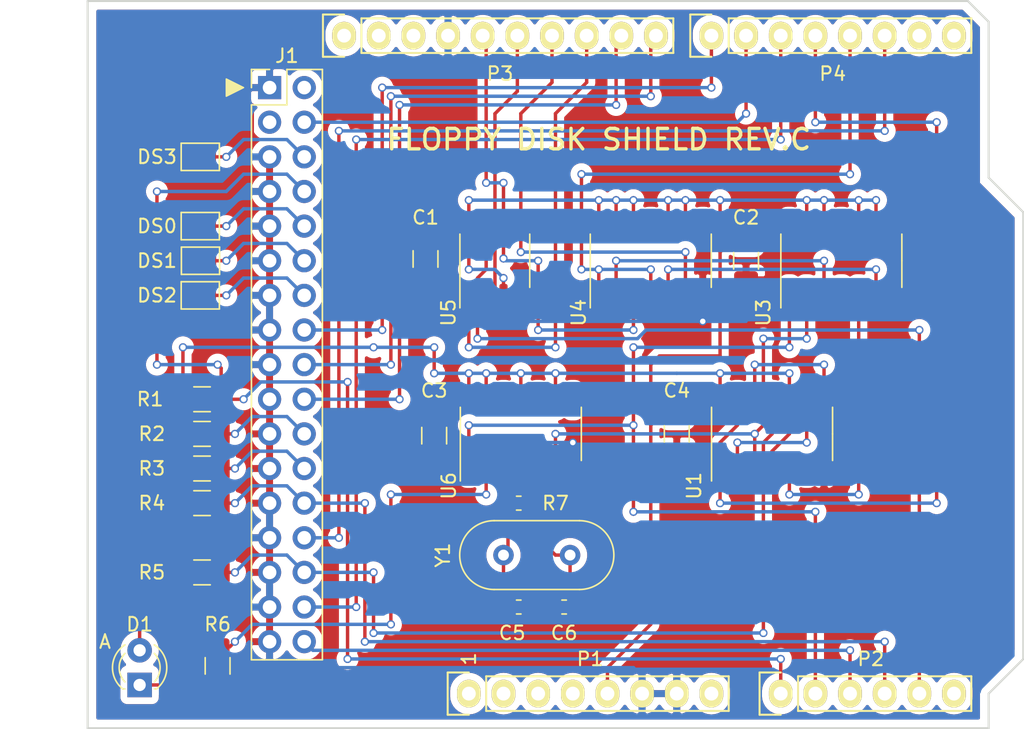
<source format=kicad_pcb>
(kicad_pcb (version 20171130) (host pcbnew "(5.1.6)-1")
  (title_block (date "lun. 30 mars 2015"))
  (layers (0 F.Cu signal) (31 B.Cu signal) (34 B.Paste user) (35 F.Paste user) (36 B.SilkS user) (37 F.SilkS user) (38 B.Mask user) (39 F.Mask user) (44 Edge.Cuts user))
  (net 0 "")
  (net 1 GND)
  (net 2 "Net-(D1-Pad1)")
  (net 3 +5V)
  (net 4 /A0)
  (net 5 /A1)
  (net 6 /A2)
  (net 7 /A3)
  (net 8 "/13(SCK)")
  (net 9 "/12(MISO)")
  (net 10 "/11(**/MOSI)")
  (net 11 "/10(**/SS)")
  (net 12 "/9(**)")
  (net 13 /8)
  (net 14 /7)
  (net 15 "/6(**)")
  (net 16 "/5(**)")
  (net 17 /4)
  (net 18 "/3(**)")
  (net 19 /2)
  (net 20 /WD)
  (net 21 /WG)
  (net 22 /RD)
  (net 23 "Net-(R6-Pad2)")
  (net 24 "Net-(U1-Pad12)")
  (net 25 "Net-(U1-Pad2)")
  (net 26 "Net-(U3-Pad6)")
  (net 27 "Net-(U3-Pad3)")
  (net 28 /DS3)
  (net 29 /DS0)
  (net 30 /DS1)
  (net 31 /DS2)
  (net 32 "Net-(C5-Pad1)")
  (net 33 "Net-(C6-Pad1)")
  (net 34 /A4)
  (net 35 /CAP_CLK)
  (net 36 "Net-(U1-Pad5)")
  (module Capacitor_SMD:C_1206_3216Metric (layer F.Cu) (at 135.763 91.945 270)
    (fp_text reference C1 (at -3.045 0) (layer F.SilkS))
    (fp_text value 0.1u)
    (pad 2 smd roundrect (at 1.4 0 270) (size 1.25 1.75) (layers F.Cu F.Paste F.Mask) (roundrect_rratio 0.2) (net 1 GND))
    (pad 1 smd roundrect (at -1.4 0 270) (size 1.25 1.75) (layers F.Cu F.Paste F.Mask) (roundrect_rratio 0.2) (net 3 +5V))
  )
  (module Resistor_SMD:R_0603_1608Metric (layer F.Cu) (at 142.5955 109.855 180)
    (fp_text reference R7 (at -2.6925 0) (layer F.SilkS))
    (fp_text value 1M)
    (pad 2 smd roundrect (at 0.7875 0 180) (size 0.875 0.95) (layers F.Cu F.Paste F.Mask) (net 32 "Net-(C5-Pad1)"))
    (pad 1 smd roundrect (at -0.7875 0 180) (size 0.875 0.95) (layers F.Cu F.Paste F.Mask) (net 33 "Net-(C6-Pad1)"))
  )
  (module Capacitor_SMD:C_0603_1608Metric (layer F.Cu) (at 145.923 117.475 180)
    (fp_text reference C6 (at 0 -1.905) (layer F.SilkS))
    (fp_text value 22p)
    (pad 2 smd roundrect (at 0.7875 0 180) (size 0.875 0.95) (layers F.Cu F.Paste F.Mask) (net 1 GND))
    (pad 1 smd roundrect (at -0.7875 0 180) (size 0.875 0.95) (layers F.Cu F.Paste F.Mask) (net 33 "Net-(C6-Pad1)"))
  )
  (module Capacitor_SMD:C_0603_1608Metric (layer F.Cu) (at 142.5955 117.475)
    (fp_text reference C5 (at -0.4825 1.905) (layer F.SilkS))
    (fp_text value 22p)
    (pad 2 smd roundrect (at 0.7875 0) (size 0.875 0.95) (layers F.Cu F.Paste F.Mask) (net 1 GND))
    (pad 1 smd roundrect (at -0.7875 0) (size 0.875 0.95) (layers F.Cu F.Paste F.Mask) (net 32 "Net-(C5-Pad1)"))
  )
  (module Crystal:Crystal_HC49-U_Vertical (layer F.Cu) (at 141.478 113.665)
    (fp_text reference Y1 (at -4.445 0 90) (layer F.SilkS))
    (fp_text value Crystal)
    (pad 2 thru_hole circle (at 4.88 0) (size 1.5 1.5) (drill 0.8) (layers *.Cu *.Mask) (net 33 "Net-(C6-Pad1)"))
    (pad 1 thru_hole circle (at 0 0) (size 1.5 1.5) (drill 0.8) (layers *.Cu *.Mask) (net 32 "Net-(C5-Pad1)"))
  )
  (module Package_SO:SOIC-14_3.9x8.7mm_P1.27mm (layer F.Cu) (at 142.748 104.775 90)
    (fp_text reference U6 (at -3.81 -5.28 90) (layer F.SilkS))
    (fp_text value 74HCU04)
    (pad 14 smd roundrect (at 2.475 -3.81 90) (size 1.95 0.6) (layers F.Cu F.Paste F.Mask) (net 3 +5V))
    (pad 13 smd roundrect (at 2.475 -2.54 90) (size 1.95 0.6) (layers F.Cu F.Paste F.Mask) (net 3 +5V))
    (pad 12 smd roundrect (at 2.475 -1.27 90) (size 1.95 0.6) (layers F.Cu F.Paste F.Mask))
    (pad 11 smd roundrect (at 2.475 0 90) (size 1.95 0.6) (layers F.Cu F.Paste F.Mask) (net 3 +5V))
    (pad 10 smd roundrect (at 2.475 1.27 90) (size 1.95 0.6) (layers F.Cu F.Paste F.Mask))
    (pad 9 smd roundrect (at 2.475 2.54 90) (size 1.95 0.6) (layers F.Cu F.Paste F.Mask) (net 3 +5V))
    (pad 8 smd roundrect (at 2.475 3.81 90) (size 1.95 0.6) (layers F.Cu F.Paste F.Mask))
    (pad 7 smd roundrect (at -2.475 3.81 90) (size 1.95 0.6) (layers F.Cu F.Paste F.Mask) (net 1 GND))
    (pad 6 smd roundrect (at -2.475 2.54 90) (size 1.95 0.6) (layers F.Cu F.Paste F.Mask) (net 35 /CAP_CLK))
    (pad 5 smd roundrect (at -2.475 1.27 90) (size 1.95 0.6) (layers F.Cu F.Paste F.Mask) (net 33 "Net-(C6-Pad1)"))
    (pad 4 smd roundrect (at -2.475 0 90) (size 1.95 0.6) (layers F.Cu F.Paste F.Mask) (net 33 "Net-(C6-Pad1)"))
    (pad 3 smd roundrect (at -2.475 -1.27 90) (size 1.95 0.6) (layers F.Cu F.Paste F.Mask) (net 32 "Net-(C5-Pad1)"))
    (pad 2 smd roundrect (at -2.475 -2.54 90) (size 1.95 0.6) (layers F.Cu F.Paste F.Mask) (net 23 "Net-(R6-Pad2)"))
    (pad 1 smd roundrect (at -2.475 -3.81 90) (size 1.95 0.6) (layers F.Cu F.Paste F.Mask) (net 5 /A1))
  )
  (module Capacitor_SMD:C_1206_3216Metric (layer F.Cu) (at 136.398 104.905 270)
    (fp_text reference C3 (at -3.305 0 180) (layer F.SilkS))
    (fp_text value 0.1u)
    (pad 2 smd roundrect (at 1.4 0 270) (size 1.25 1.75) (layers F.Cu F.Paste F.Mask) (roundrect_rratio 0.2) (net 1 GND))
    (pad 1 smd roundrect (at -1.4 0 270) (size 1.25 1.75) (layers F.Cu F.Paste F.Mask) (roundrect_rratio 0.2) (net 3 +5V))
  )
  (module Package_SO:SOIC-14_3.9x8.7mm_P1.27mm (layer F.Cu) (at 161.163 104.775 90)
    (fp_text reference U1 (at -3.81 -5.715 90) (layer F.SilkS))
    (fp_text value 74LS74)
    (pad 14 smd roundrect (at 2.475 -3.81 90) (size 1.95 0.6) (layers F.Cu F.Paste F.Mask) (net 3 +5V))
    (pad 13 smd roundrect (at 2.475 -2.54 90) (size 1.95 0.6) (layers F.Cu F.Paste F.Mask) (net 17 /4))
    (pad 12 smd roundrect (at 2.475 -1.27 90) (size 1.95 0.6) (layers F.Cu F.Paste F.Mask) (net 24 "Net-(U1-Pad12)"))
    (pad 11 smd roundrect (at 2.475 0 90) (size 1.95 0.6) (layers F.Cu F.Paste F.Mask) (net 22 /RD))
    (pad 10 smd roundrect (at 2.475 1.27 90) (size 1.95 0.6) (layers F.Cu F.Paste F.Mask) (net 3 +5V))
    (pad 9 smd roundrect (at 2.475 2.54 90) (size 1.95 0.6) (layers F.Cu F.Paste F.Mask) (net 25 "Net-(U1-Pad2)"))
    (pad 8 smd roundrect (at 2.475 3.81 90) (size 1.95 0.6) (layers F.Cu F.Paste F.Mask) (net 24 "Net-(U1-Pad12)"))
    (pad 7 smd roundrect (at -2.475 3.81 90) (size 1.95 0.6) (layers F.Cu F.Paste F.Mask) (net 1 GND))
    (pad 6 smd roundrect (at -2.475 2.54 90) (size 1.95 0.6) (layers F.Cu F.Paste F.Mask))
    (pad 5 smd roundrect (at -2.475 1.27 90) (size 1.95 0.6) (layers F.Cu F.Paste F.Mask) (net 36 "Net-(U1-Pad5)"))
    (pad 4 smd roundrect (at -2.475 0 90) (size 1.95 0.6) (layers F.Cu F.Paste F.Mask) (net 3 +5V))
    (pad 3 smd roundrect (at -2.475 -1.27 90) (size 1.95 0.6) (layers F.Cu F.Paste F.Mask) (net 35 /CAP_CLK))
    (pad 2 smd roundrect (at -2.475 -2.54 90) (size 1.95 0.6) (layers F.Cu F.Paste F.Mask) (net 25 "Net-(U1-Pad2)"))
    (pad 1 smd roundrect (at -2.475 -3.81 90) (size 1.95 0.6) (layers F.Cu F.Paste F.Mask) (net 17 /4))
  )
  (module Connector_PinHeader_2.54mm:PinHeader_2x17_P2.54mm_Vertical (layer F.Cu) (at 124.333 79.375)
    (fp_text reference J1 (at 1.27 -2.33) (layer F.SilkS))
    (fp_text value Conn_02x17_Odd_Even)
    (pad 34 thru_hole oval (at 2.54 40.64) (size 1.7 1.7) (drill 1) (layers *.Cu *.Mask) (net 6 /A2))
    (pad 33 thru_hole oval (at 0 40.64) (size 1.7 1.7) (drill 1) (layers *.Cu *.Mask) (net 1 GND))
    (pad 32 thru_hole oval (at 2.54 38.1) (size 1.7 1.7) (drill 1) (layers *.Cu *.Mask) (net 16 "/5(**)"))
    (pad 31 thru_hole oval (at 0 38.1) (size 1.7 1.7) (drill 1) (layers *.Cu *.Mask) (net 1 GND))
    (pad 30 thru_hole oval (at 2.54 35.56) (size 1.7 1.7) (drill 1) (layers *.Cu *.Mask) (net 22 /RD))
    (pad 29 thru_hole oval (at 0 35.56) (size 1.7 1.7) (drill 1) (layers *.Cu *.Mask) (net 1 GND))
    (pad 28 thru_hole oval (at 2.54 33.02) (size 1.7 1.7) (drill 1) (layers *.Cu *.Mask) (net 19 /2))
    (pad 27 thru_hole oval (at 0 33.02) (size 1.7 1.7) (drill 1) (layers *.Cu *.Mask) (net 1 GND))
    (pad 26 thru_hole oval (at 2.54 30.48) (size 1.7 1.7) (drill 1) (layers *.Cu *.Mask) (net 7 /A3))
    (pad 25 thru_hole oval (at 0 30.48) (size 1.7 1.7) (drill 1) (layers *.Cu *.Mask) (net 1 GND))
    (pad 24 thru_hole oval (at 2.54 27.94) (size 1.7 1.7) (drill 1) (layers *.Cu *.Mask) (net 21 /WG))
    (pad 23 thru_hole oval (at 0 27.94) (size 1.7 1.7) (drill 1) (layers *.Cu *.Mask) (net 1 GND))
    (pad 22 thru_hole oval (at 2.54 25.4) (size 1.7 1.7) (drill 1) (layers *.Cu *.Mask) (net 20 /WD))
    (pad 21 thru_hole oval (at 0 25.4) (size 1.7 1.7) (drill 1) (layers *.Cu *.Mask) (net 1 GND))
    (pad 20 thru_hole oval (at 2.54 22.86) (size 1.7 1.7) (drill 1) (layers *.Cu *.Mask) (net 12 "/9(**)"))
    (pad 19 thru_hole oval (at 0 22.86) (size 1.7 1.7) (drill 1) (layers *.Cu *.Mask) (net 1 GND))
    (pad 18 thru_hole oval (at 2.54 20.32) (size 1.7 1.7) (drill 1) (layers *.Cu *.Mask) (net 13 /8))
    (pad 17 thru_hole oval (at 0 20.32) (size 1.7 1.7) (drill 1) (layers *.Cu *.Mask) (net 1 GND))
    (pad 16 thru_hole oval (at 2.54 17.78) (size 1.7 1.7) (drill 1) (layers *.Cu *.Mask) (net 14 /7))
    (pad 15 thru_hole oval (at 0 17.78) (size 1.7 1.7) (drill 1) (layers *.Cu *.Mask) (net 1 GND))
    (pad 14 thru_hole oval (at 2.54 15.24) (size 1.7 1.7) (drill 1) (layers *.Cu *.Mask) (net 31 /DS2))
    (pad 13 thru_hole oval (at 0 15.24) (size 1.7 1.7) (drill 1) (layers *.Cu *.Mask) (net 1 GND))
    (pad 12 thru_hole oval (at 2.54 12.7) (size 1.7 1.7) (drill 1) (layers *.Cu *.Mask) (net 30 /DS1))
    (pad 11 thru_hole oval (at 0 12.7) (size 1.7 1.7) (drill 1) (layers *.Cu *.Mask) (net 1 GND))
    (pad 10 thru_hole oval (at 2.54 10.16) (size 1.7 1.7) (drill 1) (layers *.Cu *.Mask) (net 29 /DS0))
    (pad 9 thru_hole oval (at 0 10.16) (size 1.7 1.7) (drill 1) (layers *.Cu *.Mask) (net 1 GND))
    (pad 8 thru_hole oval (at 2.54 7.62) (size 1.7 1.7) (drill 1) (layers *.Cu *.Mask) (net 4 /A0))
    (pad 7 thru_hole oval (at 0 7.62) (size 1.7 1.7) (drill 1) (layers *.Cu *.Mask) (net 1 GND))
    (pad 6 thru_hole oval (at 2.54 5.08) (size 1.7 1.7) (drill 1) (layers *.Cu *.Mask) (net 28 /DS3))
    (pad 5 thru_hole oval (at 0 5.08) (size 1.7 1.7) (drill 1) (layers *.Cu *.Mask) (net 1 GND))
    (pad 4 thru_hole oval (at 2.54 2.54) (size 1.7 1.7) (drill 1) (layers *.Cu *.Mask) (net 15 "/6(**)"))
    (pad 3 thru_hole oval (at 0 2.54) (size 1.7 1.7) (drill 1) (layers *.Cu *.Mask))
    (pad 2 thru_hole oval (at 2.54 0) (size 1.7 1.7) (drill 1) (layers *.Cu *.Mask))
    (pad 1 thru_hole rect (at 0 0) (size 1.7 1.7) (drill 1) (layers *.Cu *.Mask) (net 1 GND))
  )
  (module Capacitor_SMD:C_1206_3216Metric (layer F.Cu) (at 154.178 104.775 270)
    (fp_text reference C4 (at -3.175 0 180) (layer F.SilkS))
    (fp_text value 0.1u)
    (pad 2 smd roundrect (at 1.4 0 270) (size 1.25 1.75) (layers F.Cu F.Paste F.Mask) (roundrect_rratio 0.2) (net 1 GND))
    (pad 1 smd roundrect (at -1.4 0 270) (size 1.25 1.75) (layers F.Cu F.Paste F.Mask) (roundrect_rratio 0.2) (net 3 +5V))
  )
  (module Capacitor_SMD:C_1206_3216Metric (layer F.Cu) (at 159.258 92.075 270)
    (fp_text reference C2 (at -3.175 0 180) (layer F.SilkS))
    (fp_text value 0.1u)
    (pad 2 smd roundrect (at 1.4 0 270) (size 1.25 1.75) (layers F.Cu F.Paste F.Mask) (roundrect_rratio 0.2) (net 1 GND))
    (pad 1 smd roundrect (at -1.4 0 270) (size 1.25 1.75) (layers F.Cu F.Paste F.Mask) (roundrect_rratio 0.2) (net 3 +5V))
  )
  (module Jumper:SolderJumper-2_P1.3mm_Open_Pad1.0x1.5mm (layer F.Cu) (at 119.253 94.615 180)
    (fp_text reference DS2 (at 3.175 0) (layer F.SilkS))
    (fp_text value SolderJumper_2_Open)
    (pad 1 smd rect (at -0.65 0 180) (size 1 1.5) (layers F.Cu F.Mask) (net 31 /DS2))
    (pad 2 smd rect (at 0.65 0 180) (size 1 1.5) (layers F.Cu F.Mask) (net 1 GND))
  )
  (module Jumper:SolderJumper-2_P1.3mm_Open_Pad1.0x1.5mm (layer F.Cu) (at 119.268 92.075 180)
    (fp_text reference DS1 (at 3.19 0) (layer F.SilkS))
    (fp_text value SolderJumper_2_Open)
    (pad 1 smd rect (at -0.65 0 180) (size 1 1.5) (layers F.Cu F.Mask) (net 30 /DS1))
    (pad 2 smd rect (at 0.65 0 180) (size 1 1.5) (layers F.Cu F.Mask) (net 1 GND))
  )
  (module Jumper:SolderJumper-2_P1.3mm_Bridged_Pad1.0x1.5mm (layer F.Cu) (at 119.253 89.535 180)
    (fp_text reference DS0 (at 3.175 0) (layer F.SilkS))
    (fp_text value SolderJumper_2_Bridged)
    (fp_poly (pts (xy -0.25 -0.3) (xy 0.25 -0.3) (xy 0.25 0.3) (xy -0.25 0.3)) (layer F.Cu) (width 0))
    (pad 2 smd rect (at 0.65 0 180) (size 1 1.5) (layers F.Cu F.Mask) (net 1 GND))
    (pad 1 smd rect (at -0.65 0 180) (size 1 1.5) (layers F.Cu F.Mask) (net 29 /DS0))
  )
  (module Jumper:SolderJumper-2_P1.3mm_Open_Pad1.0x1.5mm (layer F.Cu) (at 119.253 84.455 180)
    (fp_text reference DS3 (at 3.175 0) (layer F.SilkS))
    (fp_text value SolderJumper_2_Open)
    (pad 1 smd rect (at -0.65 0 180) (size 1 1.5) (layers F.Cu F.Mask) (net 28 /DS3))
    (pad 2 smd rect (at 0.65 0 180) (size 1 1.5) (layers F.Cu F.Mask) (net 1 GND))
  )
  (module Package_SO:SOIC-14_3.9x8.7mm_P1.27mm (layer F.Cu) (at 152.273 92.075 90)
    (fp_text reference U4 (at -3.81 -5.28 90) (layer F.SilkS))
    (fp_text value 74LS125)
    (pad 14 smd roundrect (at 2.475 -3.81 90) (size 1.95 0.6) (layers F.Cu F.Paste F.Mask) (net 3 +5V))
    (pad 13 smd roundrect (at 2.475 -2.54 90) (size 1.95 0.6) (layers F.Cu F.Paste F.Mask) (net 3 +5V))
    (pad 12 smd roundrect (at 2.475 -1.27 90) (size 1.95 0.6) (layers F.Cu F.Paste F.Mask) (net 3 +5V))
    (pad 11 smd roundrect (at 2.475 0 90) (size 1.95 0.6) (layers F.Cu F.Paste F.Mask))
    (pad 10 smd roundrect (at 2.475 1.27 90) (size 1.95 0.6) (layers F.Cu F.Paste F.Mask) (net 3 +5V))
    (pad 9 smd roundrect (at 2.475 2.54 90) (size 1.95 0.6) (layers F.Cu F.Paste F.Mask) (net 3 +5V))
    (pad 8 smd roundrect (at 2.475 3.81 90) (size 1.95 0.6) (layers F.Cu F.Paste F.Mask))
    (pad 7 smd roundrect (at -2.475 3.81 90) (size 1.95 0.6) (layers F.Cu F.Paste F.Mask) (net 1 GND))
    (pad 6 smd roundrect (at -2.475 2.54 90) (size 1.95 0.6) (layers F.Cu F.Paste F.Mask) (net 10 "/11(**/MOSI)"))
    (pad 5 smd roundrect (at -2.475 1.27 90) (size 1.95 0.6) (layers F.Cu F.Paste F.Mask) (net 26 "Net-(U3-Pad6)"))
    (pad 4 smd roundrect (at -2.475 0 90) (size 1.95 0.6) (layers F.Cu F.Paste F.Mask) (net 18 "/3(**)"))
    (pad 3 smd roundrect (at -2.475 -1.27 90) (size 1.95 0.6) (layers F.Cu F.Paste F.Mask) (net 8 "/13(SCK)"))
    (pad 2 smd roundrect (at -2.475 -2.54 90) (size 1.95 0.6) (layers F.Cu F.Paste F.Mask) (net 27 "Net-(U3-Pad3)"))
    (pad 1 smd roundrect (at -2.475 -3.81 90) (size 1.95 0.6) (layers F.Cu F.Paste F.Mask) (net 18 "/3(**)"))
  )
  (module Package_SO:SOIC-14_3.9x8.7mm_P1.27mm (layer F.Cu) (at 166.243 92.075 90)
    (fp_text reference U3 (at -3.81 -5.715 90) (layer F.SilkS))
    (fp_text value 74LS08)
    (pad 14 smd roundrect (at 2.475 -3.81 90) (size 1.95 0.6) (layers F.Cu F.Paste F.Mask) (net 3 +5V))
    (pad 13 smd roundrect (at 2.475 -2.54 90) (size 1.95 0.6) (layers F.Cu F.Paste F.Mask) (net 3 +5V))
    (pad 12 smd roundrect (at 2.475 -1.27 90) (size 1.95 0.6) (layers F.Cu F.Paste F.Mask) (net 3 +5V))
    (pad 11 smd roundrect (at 2.475 0 90) (size 1.95 0.6) (layers F.Cu F.Paste F.Mask))
    (pad 10 smd roundrect (at 2.475 1.27 90) (size 1.95 0.6) (layers F.Cu F.Paste F.Mask) (net 3 +5V))
    (pad 9 smd roundrect (at 2.475 2.54 90) (size 1.95 0.6) (layers F.Cu F.Paste F.Mask) (net 3 +5V))
    (pad 8 smd roundrect (at 2.475 3.81 90) (size 1.95 0.6) (layers F.Cu F.Paste F.Mask))
    (pad 7 smd roundrect (at -2.475 3.81 90) (size 1.95 0.6) (layers F.Cu F.Paste F.Mask) (net 1 GND))
    (pad 6 smd roundrect (at -2.475 2.54 90) (size 1.95 0.6) (layers F.Cu F.Paste F.Mask) (net 26 "Net-(U3-Pad6)"))
    (pad 5 smd roundrect (at -2.475 1.27 90) (size 1.95 0.6) (layers F.Cu F.Paste F.Mask) (net 36 "Net-(U1-Pad5)"))
    (pad 4 smd roundrect (at -2.475 0 90) (size 1.95 0.6) (layers F.Cu F.Paste F.Mask) (net 36 "Net-(U1-Pad5)"))
    (pad 3 smd roundrect (at -2.475 -1.27 90) (size 1.95 0.6) (layers F.Cu F.Paste F.Mask) (net 27 "Net-(U3-Pad3)"))
    (pad 2 smd roundrect (at -2.475 -2.54 90) (size 1.95 0.6) (layers F.Cu F.Paste F.Mask) (net 35 /CAP_CLK))
    (pad 1 smd roundrect (at -2.475 -3.81 90) (size 1.95 0.6) (layers F.Cu F.Paste F.Mask) (net 5 /A1))
  )
  (module Resistor_SMD:R_1206_3216Metric (layer F.Cu) (at 120.523 121.79 90)
    (fp_text reference R6 (at 3.045 0) (layer F.SilkS))
    (fp_text value 470)
    (pad 2 smd roundrect (at 1.4 0 90) (size 1.25 1.75) (layers F.Cu F.Paste F.Mask) (roundrect_rratio 0.2) (net 23 "Net-(R6-Pad2)"))
    (pad 1 smd roundrect (at -1.4 0 90) (size 1.25 1.75) (layers F.Cu F.Paste F.Mask) (roundrect_rratio 0.2) (net 2 "Net-(D1-Pad1)"))
  )
  (module Resistor_SMD:R_1206_3216Metric (layer F.Cu) (at 119.383 114.935)
    (fp_text reference R5 (at -3.68 0) (layer F.SilkS))
    (fp_text value 150)
    (pad 2 smd roundrect (at 1.4 0) (size 1.25 1.75) (layers F.Cu F.Paste F.Mask) (roundrect_rratio 0.2) (net 22 /RD))
    (pad 1 smd roundrect (at -1.4 0) (size 1.25 1.75) (layers F.Cu F.Paste F.Mask) (roundrect_rratio 0.2) (net 3 +5V))
  )
  (module Resistor_SMD:R_1206_3216Metric (layer F.Cu) (at 119.383 109.855)
    (fp_text reference R4 (at -3.68 0) (layer F.SilkS))
    (fp_text value 150)
    (pad 2 smd roundrect (at 1.4 0) (size 1.25 1.75) (layers F.Cu F.Paste F.Mask) (roundrect_rratio 0.2) (net 7 /A3))
    (pad 1 smd roundrect (at -1.4 0) (size 1.25 1.75) (layers F.Cu F.Paste F.Mask) (roundrect_rratio 0.2) (net 3 +5V))
  )
  (module Resistor_SMD:R_1206_3216Metric (layer F.Cu) (at 119.383 107.315)
    (fp_text reference R3 (at -3.68 0) (layer F.SilkS))
    (fp_text value 150)
    (pad 2 smd roundrect (at 1.4 0) (size 1.25 1.75) (layers F.Cu F.Paste F.Mask) (roundrect_rratio 0.2) (net 21 /WG))
    (pad 1 smd roundrect (at -1.4 0) (size 1.25 1.75) (layers F.Cu F.Paste F.Mask) (roundrect_rratio 0.2) (net 3 +5V))
  )
  (module Resistor_SMD:R_1206_3216Metric (layer F.Cu) (at 119.383 104.775)
    (fp_text reference R2 (at -3.68 0) (layer F.SilkS))
    (fp_text value 150)
    (pad 2 smd roundrect (at 1.4 0) (size 1.25 1.75) (layers F.Cu F.Paste F.Mask) (roundrect_rratio 0.2) (net 20 /WD))
    (pad 1 smd roundrect (at -1.4 0) (size 1.25 1.75) (layers F.Cu F.Paste F.Mask) (roundrect_rratio 0.2) (net 3 +5V))
  )
  (module Resistor_SMD:R_1206_3216Metric (layer F.Cu) (at 119.383 102.235)
    (fp_text reference R1 (at -3.81 0 180) (layer F.SilkS))
    (fp_text value 150)
    (pad 2 smd roundrect (at 1.4 0) (size 1.25 1.75) (layers F.Cu F.Paste F.Mask) (roundrect_rratio 0.2) (net 4 /A0))
    (pad 1 smd roundrect (at -1.4 0) (size 1.25 1.75) (layers F.Cu F.Paste F.Mask) (roundrect_rratio 0.2) (net 3 +5V))
  )
  (module LED_THT:LED_D3.0mm (layer F.Cu) (at 114.808 123.19 90)
    (fp_text reference D1 (at 4.445 0 180) (layer F.SilkS))
    (fp_text value LED)
    (pad 2 thru_hole circle (at 2.54 0 90) (size 1.8 1.8) (drill 0.9) (layers *.Cu *.Mask) (net 3 +5V))
    (pad 1 thru_hole rect (at 0 0 90) (size 1.8 1.8) (drill 0.9) (layers *.Cu *.Mask) (net 2 "Net-(D1-Pad1)"))
  )
  (module Package_SO:SO-8_3.9x4.9mm_P1.27mm (layer F.Cu) (at 140.843 92.075 90)
    (fp_text reference U5 (at -3.81 -3.4 90) (layer F.SilkS))
    (fp_text value 23LCxxx)
    (pad 8 smd roundrect (at 2.575 -1.905 90) (size 1.75 0.6) (layers F.Cu F.Paste F.Mask) (net 3 +5V))
    (pad 7 smd roundrect (at 2.575 -0.635 90) (size 1.75 0.6) (layers F.Cu F.Paste F.Mask) (net 34 /A4))
    (pad 6 smd roundrect (at 2.575 0.635 90) (size 1.75 0.6) (layers F.Cu F.Paste F.Mask) (net 8 "/13(SCK)"))
    (pad 5 smd roundrect (at 2.575 1.905 90) (size 1.75 0.6) (layers F.Cu F.Paste F.Mask) (net 10 "/11(**/MOSI)"))
    (pad 4 smd roundrect (at -2.575 1.905 90) (size 1.75 0.6) (layers F.Cu F.Paste F.Mask) (net 1 GND))
    (pad 3 smd roundrect (at -2.575 0.635 90) (size 1.75 0.6) (layers F.Cu F.Paste F.Mask) (net 3 +5V))
    (pad 2 smd roundrect (at -2.575 -0.635 90) (size 1.75 0.6) (layers F.Cu F.Paste F.Mask) (net 9 "/12(MISO)"))
    (pad 1 smd roundrect (at -2.575 -1.905 90) (size 1.75 0.6) (layers F.Cu F.Paste F.Mask) (net 11 "/10(**/SS)"))
  )
  (module Socket_Arduino_Uno:Socket_Strip_Arduino_1x08 (layer F.Cu) (at 138.938 123.825)
    (fp_text reference P1 (at 8.89 -2.54) (layer F.SilkS))
    (fp_text value Power)
    (pad 1 thru_hole oval (at 0 0) (size 1.7272 2.032) (drill 1.016) (layers *.Cu *.Mask F.SilkS))
    (pad 2 thru_hole oval (at 2.54 0) (size 1.7272 2.032) (drill 1.016) (layers *.Cu *.Mask F.SilkS))
    (pad 3 thru_hole oval (at 5.08 0) (size 1.7272 2.032) (drill 1.016) (layers *.Cu *.Mask F.SilkS))
    (pad 4 thru_hole oval (at 7.62 0) (size 1.7272 2.032) (drill 1.016) (layers *.Cu *.Mask F.SilkS))
    (pad 5 thru_hole oval (at 10.16 0) (size 1.7272 2.032) (drill 1.016) (layers *.Cu *.Mask F.SilkS) (net 3 +5V))
    (pad 6 thru_hole oval (at 12.7 0) (size 1.7272 2.032) (drill 1.016) (layers *.Cu *.Mask F.SilkS) (net 1 GND))
    (pad 7 thru_hole oval (at 15.24 0) (size 1.7272 2.032) (drill 1.016) (layers *.Cu *.Mask F.SilkS) (net 1 GND))
    (pad 8 thru_hole oval (at 17.78 0) (size 1.7272 2.032) (drill 1.016) (layers *.Cu *.Mask F.SilkS))
  )
  (module Socket_Arduino_Uno:Socket_Strip_Arduino_1x06 (layer F.Cu) (at 161.798 123.825)
    (fp_text reference P2 (at 6.604 -2.54) (layer F.SilkS))
    (fp_text value Analog)
    (pad 1 thru_hole oval (at 0 0) (size 1.7272 2.032) (drill 1.016) (layers *.Cu *.Mask F.SilkS) (net 4 /A0))
    (pad 2 thru_hole oval (at 2.54 0) (size 1.7272 2.032) (drill 1.016) (layers *.Cu *.Mask F.SilkS) (net 5 /A1))
    (pad 3 thru_hole oval (at 5.08 0) (size 1.7272 2.032) (drill 1.016) (layers *.Cu *.Mask F.SilkS) (net 6 /A2))
    (pad 4 thru_hole oval (at 7.62 0) (size 1.7272 2.032) (drill 1.016) (layers *.Cu *.Mask F.SilkS) (net 7 /A3))
    (pad 5 thru_hole oval (at 10.16 0) (size 1.7272 2.032) (drill 1.016) (layers *.Cu *.Mask F.SilkS) (net 34 /A4))
    (pad 6 thru_hole oval (at 12.7 0) (size 1.7272 2.032) (drill 1.016) (layers *.Cu *.Mask F.SilkS))
  )
  (module Socket_Arduino_Uno:Socket_Strip_Arduino_1x10 (layer F.Cu) (at 129.794 75.565)
    (fp_text reference P3 (at 11.43 2.794) (layer F.SilkS))
    (fp_text value Digital)
    (pad 1 thru_hole oval (at 0 0) (size 1.7272 2.032) (drill 1.016) (layers *.Cu *.Mask F.SilkS))
    (pad 2 thru_hole oval (at 2.54 0) (size 1.7272 2.032) (drill 1.016) (layers *.Cu *.Mask F.SilkS))
    (pad 3 thru_hole oval (at 5.08 0) (size 1.7272 2.032) (drill 1.016) (layers *.Cu *.Mask F.SilkS))
    (pad 4 thru_hole oval (at 7.62 0) (size 1.7272 2.032) (drill 1.016) (layers *.Cu *.Mask F.SilkS) (net 1 GND))
    (pad 5 thru_hole oval (at 10.16 0) (size 1.7272 2.032) (drill 1.016) (layers *.Cu *.Mask F.SilkS) (net 8 "/13(SCK)"))
    (pad 6 thru_hole oval (at 12.7 0) (size 1.7272 2.032) (drill 1.016) (layers *.Cu *.Mask F.SilkS) (net 9 "/12(MISO)"))
    (pad 7 thru_hole oval (at 15.24 0) (size 1.7272 2.032) (drill 1.016) (layers *.Cu *.Mask F.SilkS) (net 10 "/11(**/MOSI)"))
    (pad 8 thru_hole oval (at 17.78 0) (size 1.7272 2.032) (drill 1.016) (layers *.Cu *.Mask F.SilkS) (net 11 "/10(**/SS)"))
    (pad 9 thru_hole oval (at 20.32 0) (size 1.7272 2.032) (drill 1.016) (layers *.Cu *.Mask F.SilkS) (net 12 "/9(**)"))
    (pad 10 thru_hole oval (at 22.86 0) (size 1.7272 2.032) (drill 1.016) (layers *.Cu *.Mask F.SilkS) (net 13 /8))
  )
  (module Socket_Arduino_Uno:Socket_Strip_Arduino_1x08 (layer F.Cu) (at 156.718 75.565)
    (fp_text reference P4 (at 8.89 2.794) (layer F.SilkS))
    (fp_text value Digital)
    (pad 1 thru_hole oval (at 0 0) (size 1.7272 2.032) (drill 1.016) (layers *.Cu *.Mask F.SilkS) (net 14 /7))
    (pad 2 thru_hole oval (at 2.54 0) (size 1.7272 2.032) (drill 1.016) (layers *.Cu *.Mask F.SilkS) (net 15 "/6(**)"))
    (pad 3 thru_hole oval (at 5.08 0) (size 1.7272 2.032) (drill 1.016) (layers *.Cu *.Mask F.SilkS) (net 16 "/5(**)"))
    (pad 4 thru_hole oval (at 7.62 0) (size 1.7272 2.032) (drill 1.016) (layers *.Cu *.Mask F.SilkS) (net 17 /4))
    (pad 5 thru_hole oval (at 10.16 0) (size 1.7272 2.032) (drill 1.016) (layers *.Cu *.Mask F.SilkS) (net 18 "/3(**)"))
    (pad 6 thru_hole oval (at 12.7 0) (size 1.7272 2.032) (drill 1.016) (layers *.Cu *.Mask F.SilkS) (net 19 /2))
    (pad 7 thru_hole oval (at 15.24 0) (size 1.7272 2.032) (drill 1.016) (layers *.Cu *.Mask F.SilkS))
    (pad 8 thru_hole oval (at 17.78 0) (size 1.7272 2.032) (drill 1.016) (layers *.Cu *.Mask F.SilkS))
  )
  (gr_text A (at 112.268 120.015) (layer F.SilkS) (effects (font (size 1 1))))
  (gr_text "FLOPPY DISK SHIELD REV.C" (at 148.463 83.185) (layer F.SilkS) (effects (font (size 1.5 1.5) (thickness 0.25))))
  (gr_poly (pts (xy 122.428 79.375) (xy 121.158 80.01) (xy 121.158 78.74)) (layer F.SilkS) (width 0.1))
  (gr_text 1 (at 138.938 121.285 90) (layer F.SilkS) (effects (font (size 1 1))))
  (gr_line (start 177.038 74.549) (end 175.514 73.025) (angle 90) (layer Edge.Cuts) (width 0.15))
  (gr_line (start 177.038 85.979) (end 177.038 74.549) (angle 90) (layer Edge.Cuts) (width 0.15))
  (gr_line (start 179.578 88.519) (end 177.038 85.979) (angle 90) (layer Edge.Cuts) (width 0.15))
  (gr_line (start 179.578 121.285) (end 179.578 88.519) (angle 90) (layer Edge.Cuts) (width 0.15))
  (gr_line (start 177.038 123.825) (end 179.578 121.285) (angle 90) (layer Edge.Cuts) (width 0.15))
  (gr_line (start 177.038 126.365) (end 177.038 123.825) (angle 90) (layer Edge.Cuts) (width 0.15))
  (gr_line (start 110.998 126.365) (end 177.038 126.365) (angle 90) (layer Edge.Cuts) (width 0.15))
  (gr_line (start 110.998 73.025) (end 110.998 126.365) (angle 90) (layer Edge.Cuts) (width 0.15))
  (gr_line (start 175.514 73.025) (end 110.998 73.025) (angle 90) (layer Edge.Cuts) (width 0.15))
  (segment (start 123.063 80.645) (end 123.063 83.185) (width 0.25) (layer F.Cu) (net 1))
  (segment (start 124.333 84.455) (end 124.333 86.995) (width 0.25) (layer F.Cu) (net 1))
  (segment (start 124.333 86.995) (end 124.333 89.535) (width 0.25) (layer F.Cu) (net 1))
  (segment (start 124.333 89.535) (end 124.333 92.075) (width 0.25) (layer F.Cu) (net 1))
  (segment (start 124.333 92.075) (end 124.333 94.615) (width 0.25) (layer F.Cu) (net 1))
  (segment (start 124.333 94.615) (end 124.333 97.155) (width 0.25) (layer F.Cu) (net 1))
  (segment (start 124.333 97.155) (end 124.333 99.695) (width 0.25) (layer F.Cu) (net 1))
  (segment (start 124.333 102.235) (end 124.333 99.695) (width 0.25) (layer F.Cu) (net 1))
  (segment (start 124.333 102.235) (end 124.333 120.015) (width 0.25) (layer F.Cu) (net 1))
  (segment (start 118.603 83.2) (end 118.618 83.185) (width 0.25) (layer F.Cu) (net 1))
  (segment (start 154.178 119.38) (end 154.178 118.745) (width 0.25) (layer F.Cu) (net 1))
  (segment (start 154.178 119.38) (end 154.178 123.825) (width 0.25) (layer F.Cu) (net 1))
  (segment (start 151.638 123.825) (end 154.178 123.825) (width 0.25) (layer F.Cu) (net 1))
  (segment (start 154.178 107.95) (end 154.178 106.175) (width 0.25) (layer F.Cu) (net 1))
  (segment (start 154.178 107.95) (end 166.243 107.95) (width 0.25) (layer B.Cu) (net 1))
  (segment (start 154.178 107.95) (end 147.828 107.95) (width 0.25) (layer B.Cu) (net 1))
  (segment (start 136.398 106.305) (end 137.408 106.305) (width 0.25) (layer F.Cu) (net 1))
  (segment (start 137.408 106.305) (end 137.668 106.045) (width 0.25) (layer F.Cu) (net 1))
  (segment (start 137.668 106.045) (end 138.303 105.41) (width 0.25) (layer B.Cu) (net 1))
  (via (at 146.558 105.41) (size 0.6) (drill 0.4) (layers F.Cu B.Cu) (net 1))
  (segment (start 138.303 105.41) (end 146.558 105.41) (width 0.25) (layer B.Cu) (net 1))
  (segment (start 146.558 105.41) (end 146.558 107.25) (width 0.25) (layer F.Cu) (net 1))
  (segment (start 170.053 94.55) (end 170.053 96.52) (width 0.25) (layer F.Cu) (net 1))
  (segment (start 142.748 94.65) (end 142.748 96.52) (width 0.25) (layer F.Cu) (net 1))
  (segment (start 142.748 96.52) (end 135.763 96.52) (width 0.25) (layer B.Cu) (net 1))
  (segment (start 156.083 94.55) (end 156.083 96.52) (width 0.25) (layer F.Cu) (net 1))
  (segment (start 156.083 96.52) (end 142.748 96.52) (width 0.25) (layer B.Cu) (net 1))
  (segment (start 159.258 93.475) (end 159.258 96.52) (width 0.25) (layer F.Cu) (net 1))
  (segment (start 159.258 96.52) (end 156.083 96.52) (width 0.25) (layer B.Cu) (net 1))
  (segment (start 135.763 96.52) (end 134.493 96.52) (width 0.25) (layer B.Cu) (net 1))
  (segment (start 134.753 106.305) (end 134.493 106.045) (width 0.25) (layer F.Cu) (net 1))
  (segment (start 136.398 106.305) (end 134.753 106.305) (width 0.25) (layer F.Cu) (net 1))
  (segment (start 137.414 76.454) (end 137.414 75.565) (width 0.25) (layer B.Cu) (net 1))
  (segment (start 124.333 79.375) (end 124.333 78.74) (width 0.25) (layer B.Cu) (net 1))
  (segment (start 151.638 123.825) (end 151.638 122.555) (width 0.25) (layer B.Cu) (net 1))
  (segment (start 151.638 122.555) (end 151.003 121.92) (width 0.25) (layer B.Cu) (net 1))
  (segment (start 151.003 121.92) (end 124.968 121.92) (width 0.25) (layer B.Cu) (net 1))
  (segment (start 124.968 121.92) (end 124.333 121.285) (width 0.25) (layer B.Cu) (net 1))
  (segment (start 124.333 121.285) (end 124.333 120.015) (width 0.25) (layer B.Cu) (net 1))
  (segment (start 118.603 80.025) (end 118.618 80.01) (width 0.25) (layer F.Cu) (net 1))
  (segment (start 118.618 80.01) (end 119.253 79.375) (width 0.25) (layer B.Cu) (net 1))
  (segment (start 154.178 118.745) (end 154.178 107.95) (width 0.25) (layer F.Cu) (net 1))
  (segment (start 143.383 118.11) (end 143.383 117.475) (width 0.25) (layer F.Cu) (net 1))
  (segment (start 145.1355 117.6275) (end 145.1355 117.475) (width 0.25) (layer F.Cu) (net 1))
  (via (at 156.083 96.52) (size 0.6) (drill 0.4) (layers F.Cu B.Cu) (net 1))
  (segment (start 118.603 92.06) (end 118.618 92.075) (width 0.25) (layer F.Cu) (net 1))
  (segment (start 118.603 89.535) (end 118.603 92.06) (width 0.25) (layer F.Cu) (net 1))
  (segment (start 114.808 123.19) (end 120.523 123.19) (width 0.25) (layer F.Cu) (net 2))
  (segment (start 117.983 102.235) (end 117.983 114.935) (width 0.25) (layer F.Cu) (net 3))
  (via (at 117.983 98.425) (size 0.6) (drill 0.4) (layers F.Cu B.Cu) (net 3))
  (segment (start 117.983 102.235) (end 117.983 98.425) (width 0.25) (layer F.Cu) (net 3))
  (segment (start 117.983 98.425) (end 133.858 98.425) (width 0.25) (layer B.Cu) (net 3))
  (via (at 131.953 98.425) (size 0.6) (drill 0.4) (layers F.Cu B.Cu) (net 3))
  (segment (start 114.808 120.65) (end 114.808 116.205) (width 0.25) (layer F.Cu) (net 3))
  (segment (start 114.808 116.205) (end 116.078 114.935) (width 0.25) (layer F.Cu) (net 3))
  (segment (start 116.078 114.935) (end 117.983 114.935) (width 0.25) (layer F.Cu) (net 3))
  (segment (start 149.098 123.825) (end 149.098 121.92) (width 0.25) (layer F.Cu) (net 3))
  (segment (start 152.273 118.745) (end 152.273 114.3) (width 0.25) (layer F.Cu) (net 3))
  (segment (start 152.273 114.3) (end 152.273 104.14) (width 0.25) (layer F.Cu) (net 3))
  (segment (start 149.098 121.92) (end 152.273 118.745) (width 0.25) (layer F.Cu) (net 3))
  (segment (start 153.038 103.375) (end 154.178 103.375) (width 0.25) (layer F.Cu) (net 3))
  (segment (start 152.273 104.14) (end 153.038 103.375) (width 0.25) (layer F.Cu) (net 3))
  (via (at 157.353 100.33) (size 0.6) (drill 0.4) (layers F.Cu B.Cu) (net 3))
  (segment (start 154.178 100.33) (end 157.353 100.33) (width 0.25) (layer B.Cu) (net 3))
  (segment (start 157.353 100.33) (end 157.353 102.3) (width 0.25) (layer F.Cu) (net 3))
  (via (at 162.433 100.33) (size 0.6) (drill 0.4) (layers F.Cu B.Cu) (net 3))
  (segment (start 157.353 100.33) (end 162.433 100.33) (width 0.25) (layer B.Cu) (net 3))
  (segment (start 162.433 100.33) (end 162.433 102.3) (width 0.25) (layer F.Cu) (net 3))
  (via (at 136.398 100.33) (size 0.6) (drill 0.4) (layers F.Cu B.Cu) (net 3))
  (segment (start 154.178 100.33) (end 145.288 100.33) (width 0.25) (layer B.Cu) (net 3))
  (segment (start 136.398 100.33) (end 136.398 98.425) (width 0.25) (layer F.Cu) (net 3))
  (via (at 136.398 98.425) (size 0.6) (drill 0.4) (layers F.Cu B.Cu) (net 3))
  (segment (start 133.858 98.425) (end 136.398 98.425) (width 0.25) (layer B.Cu) (net 3))
  (segment (start 138.938 100.33) (end 136.398 100.33) (width 0.25) (layer B.Cu) (net 3))
  (via (at 138.938 100.33) (size 0.6) (drill 0.4) (layers F.Cu B.Cu) (net 3))
  (segment (start 140.208 100.33) (end 138.938 100.33) (width 0.25) (layer B.Cu) (net 3))
  (via (at 140.208 100.33) (size 0.6) (drill 0.4) (layers F.Cu B.Cu) (net 3))
  (segment (start 142.748 100.33) (end 140.208 100.33) (width 0.25) (layer B.Cu) (net 3))
  (via (at 142.748 100.33) (size 0.6) (drill 0.4) (layers F.Cu B.Cu) (net 3))
  (segment (start 145.288 100.33) (end 142.748 100.33) (width 0.25) (layer B.Cu) (net 3))
  (via (at 145.288 100.33) (size 0.6) (drill 0.4) (layers F.Cu B.Cu) (net 3))
  (segment (start 142.748 100.33) (end 142.748 102.3) (width 0.25) (layer F.Cu) (net 3))
  (segment (start 145.288 100.33) (end 145.288 102.3) (width 0.25) (layer F.Cu) (net 3))
  (segment (start 140.208 100.33) (end 140.208 102.3) (width 0.25) (layer F.Cu) (net 3))
  (segment (start 138.938 100.33) (end 138.938 102.3) (width 0.25) (layer F.Cu) (net 3))
  (via (at 168.783 87.63) (size 0.6) (drill 0.4) (layers F.Cu B.Cu) (net 3))
  (segment (start 168.783 87.63) (end 168.783 89.6) (width 0.25) (layer F.Cu) (net 3))
  (via (at 167.513 87.63) (size 0.6) (drill 0.4) (layers F.Cu B.Cu) (net 3))
  (segment (start 167.513 89.6) (end 167.513 87.63) (width 0.25) (layer F.Cu) (net 3))
  (via (at 164.973 87.63) (size 0.6) (drill 0.4) (layers F.Cu B.Cu) (net 3))
  (segment (start 164.973 89.6) (end 164.973 87.63) (width 0.25) (layer F.Cu) (net 3))
  (segment (start 164.973 87.63) (end 168.783 87.63) (width 0.25) (layer B.Cu) (net 3))
  (via (at 163.703 87.63) (size 0.6) (drill 0.4) (layers F.Cu B.Cu) (net 3))
  (segment (start 163.703 89.6) (end 163.703 87.63) (width 0.25) (layer F.Cu) (net 3))
  (segment (start 163.703 87.63) (end 164.973 87.63) (width 0.25) (layer B.Cu) (net 3))
  (segment (start 162.433 87.63) (end 163.703 87.63) (width 0.25) (layer B.Cu) (net 3))
  (segment (start 154.813 89.6) (end 154.813 87.63) (width 0.25) (layer F.Cu) (net 3))
  (via (at 154.813 87.63) (size 0.6) (drill 0.4) (layers F.Cu B.Cu) (net 3))
  (via (at 153.543 87.63) (size 0.6) (drill 0.4) (layers F.Cu B.Cu) (net 3))
  (segment (start 153.543 89.6) (end 153.543 87.63) (width 0.25) (layer F.Cu) (net 3))
  (segment (start 153.543 87.63) (end 154.813 87.63) (width 0.25) (layer B.Cu) (net 3))
  (segment (start 151.003 89.6) (end 151.003 87.63) (width 0.25) (layer F.Cu) (net 3))
  (via (at 151.003 87.63) (size 0.6) (drill 0.4) (layers F.Cu B.Cu) (net 3))
  (segment (start 149.733 89.6) (end 149.733 87.63) (width 0.25) (layer F.Cu) (net 3))
  (via (at 149.733 87.63) (size 0.6) (drill 0.4) (layers F.Cu B.Cu) (net 3))
  (segment (start 149.733 87.63) (end 153.543 87.63) (width 0.25) (layer B.Cu) (net 3))
  (segment (start 148.463 89.6) (end 148.463 87.63) (width 0.25) (layer F.Cu) (net 3))
  (via (at 148.463 87.63) (size 0.6) (drill 0.4) (layers F.Cu B.Cu) (net 3))
  (segment (start 138.938 87.63) (end 149.733 87.63) (width 0.25) (layer B.Cu) (net 3))
  (via (at 138.938 92.71) (size 0.6) (drill 0.4) (layers F.Cu B.Cu) (net 3))
  (segment (start 138.938 92.71) (end 138.938 89.5) (width 0.25) (layer F.Cu) (net 3))
  (segment (start 159.258 87.63) (end 162.433 87.63) (width 0.25) (layer B.Cu) (net 3))
  (segment (start 161.163 107.25) (end 161.163 106.045) (width 0.25) (layer F.Cu) (net 3))
  (segment (start 161.163 106.045) (end 162.433 104.775) (width 0.25) (layer F.Cu) (net 3))
  (segment (start 162.433 104.775) (end 162.433 102.3) (width 0.25) (layer F.Cu) (net 3))
  (via (at 141.478 93.345) (size 0.6) (drill 0.4) (layers F.Cu B.Cu) (net 3))
  (segment (start 141.478 94.65) (end 141.478 93.345) (width 0.25) (layer F.Cu) (net 3))
  (segment (start 141.478 93.345) (end 140.843 92.71) (width 0.25) (layer B.Cu) (net 3))
  (segment (start 140.843 92.71) (end 138.938 92.71) (width 0.25) (layer B.Cu) (net 3))
  (segment (start 154.178 103.375) (end 154.308 103.375) (width 0.25) (layer F.Cu) (net 3))
  (segment (start 155.383 102.3) (end 157.353 102.3) (width 0.25) (layer F.Cu) (net 3))
  (segment (start 154.308 103.375) (end 155.383 102.3) (width 0.25) (layer F.Cu) (net 3))
  (segment (start 136.398 103.505) (end 137.668 102.235) (width 0.25) (layer F.Cu) (net 3))
  (segment (start 137.733 102.3) (end 138.938 102.3) (width 0.25) (layer F.Cu) (net 3))
  (segment (start 137.668 102.235) (end 137.733 102.3) (width 0.25) (layer F.Cu) (net 3))
  (segment (start 159.258 90.675) (end 159.258 90.17) (width 0.25) (layer F.Cu) (net 3))
  (segment (start 159.258 90.17) (end 159.893 89.535) (width 0.25) (layer F.Cu) (net 3))
  (segment (start 159.958 89.6) (end 162.433 89.6) (width 0.25) (layer F.Cu) (net 3))
  (segment (start 159.893 89.535) (end 159.958 89.6) (width 0.25) (layer F.Cu) (net 3))
  (segment (start 136.433 89.5) (end 138.938 89.5) (width 0.25) (layer F.Cu) (net 3))
  (segment (start 135.763 90.545) (end 135.763 90.17) (width 0.25) (layer F.Cu) (net 3))
  (segment (start 135.763 90.17) (end 136.433 89.5) (width 0.25) (layer F.Cu) (net 3))
  (via (at 138.938 87.63) (size 0.6) (drill 0.4) (layers F.Cu B.Cu) (net 3))
  (segment (start 138.938 89.5) (end 138.938 87.63) (width 0.25) (layer F.Cu) (net 3))
  (segment (start 152.273 104.14) (end 152.273 99.695) (width 0.25) (layer F.Cu) (net 3))
  (segment (start 152.273 99.695) (end 152.908 99.06) (width 0.25) (layer F.Cu) (net 3))
  (segment (start 152.908 99.06) (end 157.353 99.06) (width 0.25) (layer F.Cu) (net 3))
  (via (at 157.353 87.63) (size 0.6) (drill 0.4) (layers F.Cu B.Cu) (net 3))
  (segment (start 154.813 87.63) (end 157.353 87.63) (width 0.25) (layer B.Cu) (net 3))
  (segment (start 157.353 87.63) (end 159.258 87.63) (width 0.25) (layer B.Cu) (net 3))
  (segment (start 157.353 91.44) (end 157.353 87.63) (width 0.25) (layer F.Cu) (net 3))
  (segment (start 157.353 99.06) (end 157.353 91.44) (width 0.25) (layer F.Cu) (net 3))
  (segment (start 158.118 90.675) (end 159.258 90.675) (width 0.25) (layer F.Cu) (net 3))
  (segment (start 157.353 91.44) (end 158.118 90.675) (width 0.25) (layer F.Cu) (net 3))
  (via (at 120.523 99.695) (size 0.6) (drill 0.4) (layers F.Cu B.Cu) (net 4))
  (segment (start 120.783 102.235) (end 120.783 99.955) (width 0.25) (layer F.Cu) (net 4))
  (segment (start 120.783 99.955) (end 120.523 99.695) (width 0.25) (layer F.Cu) (net 4))
  (via (at 116.078 99.695) (size 0.6) (drill 0.4) (layers F.Cu B.Cu) (net 4))
  (segment (start 120.523 99.695) (end 116.078 99.695) (width 0.25) (layer B.Cu) (net 4))
  (via (at 116.078 86.995) (size 0.6) (drill 0.4) (layers F.Cu B.Cu) (net 4))
  (segment (start 116.078 99.695) (end 116.078 86.995) (width 0.25) (layer F.Cu) (net 4))
  (segment (start 116.078 86.995) (end 121.158 86.995) (width 0.25) (layer B.Cu) (net 4))
  (segment (start 121.158 86.995) (end 122.428 85.725) (width 0.25) (layer B.Cu) (net 4))
  (segment (start 125.603 85.725) (end 126.873 86.995) (width 0.25) (layer B.Cu) (net 4))
  (segment (start 122.428 85.725) (end 125.603 85.725) (width 0.25) (layer B.Cu) (net 4))
  (via (at 122.428 102.235) (size 0.6) (drill 0.4) (layers F.Cu B.Cu) (net 4))
  (segment (start 120.783 102.235) (end 122.428 102.235) (width 0.25) (layer F.Cu) (net 4))
  (via (at 130.048 100.965) (size 0.6) (drill 0.4) (layers F.Cu B.Cu) (net 4))
  (segment (start 122.428 102.235) (end 123.698 100.965) (width 0.25) (layer B.Cu) (net 4))
  (segment (start 123.698 100.965) (end 130.048 100.965) (width 0.25) (layer B.Cu) (net 4))
  (via (at 130.048 121.285) (size 0.6) (drill 0.4) (layers F.Cu B.Cu) (net 4))
  (segment (start 130.048 100.965) (end 130.048 121.285) (width 0.25) (layer F.Cu) (net 4))
  (via (at 161.798 121.285) (size 0.6) (drill 0.4) (layers F.Cu B.Cu) (net 4))
  (segment (start 130.048 121.285) (end 161.798 121.285) (width 0.25) (layer B.Cu) (net 4))
  (segment (start 161.798 121.285) (end 161.798 123.825) (width 0.25) (layer F.Cu) (net 4))
  (via (at 138.938 104.14) (size 0.6) (drill 0.4) (layers F.Cu B.Cu) (net 5))
  (segment (start 138.938 107.25) (end 138.938 104.14) (width 0.25) (layer F.Cu) (net 5))
  (via (at 151.003 104.14) (size 0.6) (drill 0.4) (layers F.Cu B.Cu) (net 5))
  (segment (start 138.938 104.14) (end 151.003 104.14) (width 0.25) (layer B.Cu) (net 5))
  (via (at 151.003 98.425) (size 0.6) (drill 0.4) (layers F.Cu B.Cu) (net 5))
  (segment (start 151.003 104.14) (end 151.003 98.425) (width 0.25) (layer F.Cu) (net 5))
  (segment (start 151.003 98.425) (end 162.433 98.425) (width 0.25) (layer B.Cu) (net 5))
  (via (at 162.433 98.425) (size 0.6) (drill 0.4) (layers F.Cu B.Cu) (net 5))
  (segment (start 162.433 98.425) (end 162.433 94.55) (width 0.25) (layer F.Cu) (net 5))
  (via (at 164.338 110.49) (size 0.6) (drill 0.4) (layers F.Cu B.Cu) (net 5))
  (segment (start 164.338 123.825) (end 164.338 110.49) (width 0.25) (layer F.Cu) (net 5))
  (via (at 151.003 110.49) (size 0.6) (drill 0.4) (layers F.Cu B.Cu) (net 5))
  (segment (start 164.338 110.49) (end 151.003 110.49) (width 0.25) (layer B.Cu) (net 5))
  (segment (start 151.003 110.49) (end 151.003 104.14) (width 0.25) (layer F.Cu) (net 5))
  (via (at 166.878 120.65) (size 0.6) (drill 0.4) (layers F.Cu B.Cu) (net 6))
  (segment (start 166.878 123.825) (end 166.878 120.65) (width 0.25) (layer F.Cu) (net 6))
  (segment (start 127.508 120.65) (end 126.873 120.015) (width 0.25) (layer B.Cu) (net 6))
  (segment (start 166.878 120.65) (end 127.508 120.65) (width 0.25) (layer B.Cu) (net 6))
  (via (at 121.793 109.855) (size 0.6) (drill 0.4) (layers F.Cu B.Cu) (net 7))
  (segment (start 120.783 109.855) (end 121.793 109.855) (width 0.25) (layer F.Cu) (net 7))
  (segment (start 121.793 109.855) (end 123.063 108.585) (width 0.25) (layer B.Cu) (net 7))
  (segment (start 125.603 108.585) (end 126.873 109.855) (width 0.25) (layer B.Cu) (net 7))
  (segment (start 123.063 108.585) (end 125.603 108.585) (width 0.25) (layer B.Cu) (net 7))
  (via (at 169.418 120.015) (size 0.6) (drill 0.4) (layers F.Cu B.Cu) (net 7))
  (segment (start 169.418 123.825) (end 169.418 120.015) (width 0.25) (layer F.Cu) (net 7))
  (via (at 131.318 120.015) (size 0.6) (drill 0.4) (layers F.Cu B.Cu) (net 7))
  (segment (start 169.418 120.015) (end 131.318 120.015) (width 0.25) (layer B.Cu) (net 7))
  (via (at 131.318 109.855) (size 0.6) (drill 0.4) (layers F.Cu B.Cu) (net 7))
  (segment (start 131.318 120.015) (end 131.318 109.855) (width 0.25) (layer F.Cu) (net 7))
  (segment (start 131.318 109.855) (end 126.873 109.855) (width 0.25) (layer B.Cu) (net 7))
  (via (at 151.003 97.155) (size 0.6) (drill 0.4) (layers F.Cu B.Cu) (net 8))
  (segment (start 151.003 94.55) (end 151.003 95.525) (width 0.25) (layer F.Cu) (net 8))
  (segment (start 151.003 95.525) (end 151.003 97.155) (width 0.25) (layer F.Cu) (net 8))
  (via (at 144.018 97.155) (size 0.6) (drill 0.4) (layers F.Cu B.Cu) (net 8))
  (segment (start 151.003 97.155) (end 144.018 97.155) (width 0.25) (layer B.Cu) (net 8))
  (via (at 144.018 92.075) (size 0.6) (drill 0.4) (layers F.Cu B.Cu) (net 8))
  (segment (start 144.018 97.155) (end 144.018 92.075) (width 0.25) (layer F.Cu) (net 8))
  (via (at 141.478 91.909997) (size 0.6) (drill 0.4) (layers F.Cu B.Cu) (net 8))
  (segment (start 144.018 92.075) (end 141.643003 92.075) (width 0.25) (layer B.Cu) (net 8))
  (segment (start 141.643003 92.075) (end 141.478 91.909997) (width 0.25) (layer B.Cu) (net 8))
  (segment (start 141.478 91.909997) (end 141.478 89.5) (width 0.25) (layer F.Cu) (net 8))
  (via (at 141.478 86.36) (size 0.6) (drill 0.4) (layers F.Cu B.Cu) (net 8))
  (segment (start 141.478 89.5) (end 141.478 86.36) (width 0.25) (layer F.Cu) (net 8))
  (via (at 140.208 86.36) (size 0.6) (drill 0.4) (layers F.Cu B.Cu) (net 8))
  (segment (start 141.478 86.36) (end 140.208 86.36) (width 0.25) (layer B.Cu) (net 8))
  (segment (start 140.208 75.819) (end 139.954 75.565) (width 0.25) (layer F.Cu) (net 8))
  (segment (start 140.208 86.36) (end 140.208 75.819) (width 0.25) (layer F.Cu) (net 8))
  (segment (start 140.85299 94.00501) (end 140.85299 81.28999) (width 0.25) (layer F.Cu) (net 9))
  (segment (start 140.208 94.65) (end 140.85299 94.00501) (width 0.25) (layer F.Cu) (net 9))
  (segment (start 142.494 79.64898) (end 142.494 75.565) (width 0.25) (layer F.Cu) (net 9))
  (segment (start 140.85299 81.28999) (end 142.494 79.64898) (width 0.25) (layer F.Cu) (net 9))
  (via (at 154.813 91.44) (size 0.6) (drill 0.4) (layers F.Cu B.Cu) (net 10))
  (segment (start 154.813 94.55) (end 154.813 91.44) (width 0.25) (layer F.Cu) (net 10))
  (via (at 142.748 91.44) (size 0.6) (drill 0.4) (layers F.Cu B.Cu) (net 10))
  (segment (start 154.813 91.44) (end 142.748 91.44) (width 0.25) (layer B.Cu) (net 10))
  (segment (start 142.748 91.44) (end 142.748 89.5) (width 0.25) (layer F.Cu) (net 10))
  (segment (start 142.748 89.5) (end 142.748 81.28) (width 0.25) (layer F.Cu) (net 10))
  (segment (start 145.034 78.994) (end 145.034 75.565) (width 0.25) (layer F.Cu) (net 10))
  (segment (start 142.748 81.28) (end 145.034 78.994) (width 0.25) (layer F.Cu) (net 10))
  (via (at 138.938 98.425) (size 0.6) (drill 0.4) (layers F.Cu B.Cu) (net 11))
  (segment (start 138.938 94.65) (end 138.938 98.425) (width 0.25) (layer F.Cu) (net 11))
  (via (at 145.288 98.425) (size 0.6) (drill 0.4) (layers F.Cu B.Cu) (net 11))
  (segment (start 138.938 98.425) (end 145.288 98.425) (width 0.25) (layer B.Cu) (net 11))
  (segment (start 145.288 98.425) (end 145.288 81.28) (width 0.25) (layer F.Cu) (net 11))
  (segment (start 147.574 78.994) (end 147.574 75.565) (width 0.25) (layer F.Cu) (net 11))
  (segment (start 145.288 81.28) (end 147.574 78.994) (width 0.25) (layer F.Cu) (net 11))
  (via (at 133.858 102.235) (size 0.6) (drill 0.4) (layers F.Cu B.Cu) (net 12))
  (segment (start 126.873 102.235) (end 133.858 102.235) (width 0.25) (layer B.Cu) (net 12))
  (via (at 133.858 80.645) (size 0.6) (drill 0.4) (layers F.Cu B.Cu) (net 12))
  (segment (start 133.858 102.235) (end 133.858 80.645) (width 0.25) (layer F.Cu) (net 12))
  (via (at 149.733 80.645) (size 0.6) (drill 0.4) (layers F.Cu B.Cu) (net 12))
  (segment (start 133.858 80.645) (end 149.733 80.645) (width 0.25) (layer B.Cu) (net 12))
  (segment (start 149.733 75.946) (end 150.114 75.565) (width 0.25) (layer F.Cu) (net 12))
  (segment (start 149.733 80.645) (end 149.733 75.946) (width 0.25) (layer F.Cu) (net 12))
  (via (at 133.223 99.695) (size 0.6) (drill 0.4) (layers F.Cu B.Cu) (net 13))
  (segment (start 126.873 99.695) (end 133.223 99.695) (width 0.25) (layer B.Cu) (net 13))
  (via (at 133.223 80.01) (size 0.6) (drill 0.4) (layers F.Cu B.Cu) (net 13))
  (segment (start 133.223 99.695) (end 133.223 80.01) (width 0.25) (layer F.Cu) (net 13))
  (via (at 152.273 80.01) (size 0.6) (drill 0.4) (layers F.Cu B.Cu) (net 13))
  (segment (start 133.223 80.01) (end 152.273 80.01) (width 0.25) (layer B.Cu) (net 13))
  (segment (start 152.273 75.946) (end 152.654 75.565) (width 0.25) (layer F.Cu) (net 13))
  (segment (start 152.273 80.01) (end 152.273 75.946) (width 0.25) (layer F.Cu) (net 13))
  (via (at 132.588 97.155) (size 0.6) (drill 0.4) (layers F.Cu B.Cu) (net 14))
  (segment (start 126.873 97.155) (end 132.588 97.155) (width 0.25) (layer B.Cu) (net 14))
  (via (at 132.588 79.375) (size 0.6) (drill 0.4) (layers F.Cu B.Cu) (net 14))
  (segment (start 132.588 97.155) (end 132.588 79.375) (width 0.25) (layer F.Cu) (net 14))
  (via (at 156.718 79.375) (size 0.6) (drill 0.4) (layers F.Cu B.Cu) (net 14))
  (segment (start 132.588 79.375) (end 156.718 79.375) (width 0.25) (layer B.Cu) (net 14))
  (segment (start 156.718 79.375) (end 156.718 75.565) (width 0.25) (layer F.Cu) (net 14))
  (via (at 159.258 81.28) (size 0.6) (drill 0.4) (layers F.Cu B.Cu) (net 15))
  (segment (start 126.873 81.915) (end 158.623 81.915) (width 0.25) (layer B.Cu) (net 15))
  (segment (start 158.623 81.915) (end 159.258 81.28) (width 0.25) (layer B.Cu) (net 15))
  (segment (start 159.258 81.28) (end 159.258 75.565) (width 0.25) (layer F.Cu) (net 15))
  (via (at 130.683 117.475) (size 0.6) (drill 0.4) (layers F.Cu B.Cu) (net 16))
  (segment (start 126.873 117.475) (end 130.683 117.475) (width 0.25) (layer B.Cu) (net 16))
  (via (at 130.683 83.185) (size 0.6) (drill 0.4) (layers F.Cu B.Cu) (net 16))
  (segment (start 130.683 117.475) (end 130.683 83.185) (width 0.25) (layer F.Cu) (net 16))
  (via (at 161.798 83.185) (size 0.6) (drill 0.4) (layers F.Cu B.Cu) (net 16))
  (segment (start 130.683 83.185) (end 161.798 83.185) (width 0.25) (layer B.Cu) (net 16))
  (segment (start 161.798 83.185) (end 161.798 75.565) (width 0.25) (layer F.Cu) (net 16))
  (via (at 157.353 109.855) (size 0.6) (drill 0.4) (layers F.Cu B.Cu) (net 17))
  (segment (start 157.353 107.25) (end 157.353 109.855) (width 0.25) (layer F.Cu) (net 17))
  (via (at 173.228 109.855) (size 0.6) (drill 0.4) (layers F.Cu B.Cu) (net 17))
  (segment (start 157.353 109.855) (end 173.228 109.855) (width 0.25) (layer B.Cu) (net 17))
  (via (at 173.228 81.915) (size 0.6) (drill 0.4) (layers F.Cu B.Cu) (net 17))
  (segment (start 173.228 109.855) (end 173.228 81.915) (width 0.25) (layer F.Cu) (net 17))
  (via (at 164.338 81.915) (size 0.6) (drill 0.4) (layers F.Cu B.Cu) (net 17))
  (segment (start 173.228 81.915) (end 164.338 81.915) (width 0.25) (layer B.Cu) (net 17))
  (segment (start 164.338 81.915) (end 164.338 75.565) (width 0.25) (layer F.Cu) (net 17))
  (segment (start 157.353 107.25) (end 157.353 105.41) (width 0.25) (layer F.Cu) (net 17))
  (segment (start 158.623 104.14) (end 158.623 102.3) (width 0.25) (layer F.Cu) (net 17))
  (segment (start 157.353 105.41) (end 158.623 104.14) (width 0.25) (layer F.Cu) (net 17))
  (via (at 148.463 92.71) (size 0.6) (drill 0.4) (layers F.Cu B.Cu) (net 18))
  (segment (start 148.463 94.55) (end 148.463 92.71) (width 0.25) (layer F.Cu) (net 18))
  (via (at 152.273 92.71) (size 0.6) (drill 0.4) (layers F.Cu B.Cu) (net 18))
  (segment (start 148.463 92.71) (end 152.273 92.71) (width 0.25) (layer B.Cu) (net 18))
  (segment (start 152.273 92.71) (end 152.273 94.55) (width 0.25) (layer F.Cu) (net 18))
  (via (at 147.193 92.71) (size 0.6) (drill 0.4) (layers F.Cu B.Cu) (net 18))
  (segment (start 148.463 92.71) (end 147.193 92.71) (width 0.25) (layer B.Cu) (net 18))
  (via (at 147.193 85.725) (size 0.6) (drill 0.4) (layers F.Cu B.Cu) (net 18))
  (segment (start 147.193 92.71) (end 147.193 85.725) (width 0.25) (layer F.Cu) (net 18))
  (via (at 166.878 85.725) (size 0.6) (drill 0.4) (layers F.Cu B.Cu) (net 18))
  (segment (start 147.193 85.725) (end 166.878 85.725) (width 0.25) (layer B.Cu) (net 18))
  (segment (start 166.878 85.725) (end 166.878 75.565) (width 0.25) (layer F.Cu) (net 18))
  (via (at 129.413 112.395) (size 0.6) (drill 0.4) (layers F.Cu B.Cu) (net 19))
  (segment (start 126.873 112.395) (end 129.413 112.395) (width 0.25) (layer B.Cu) (net 19))
  (via (at 129.413 82.55) (size 0.6) (drill 0.4) (layers F.Cu B.Cu) (net 19))
  (segment (start 129.413 112.395) (end 129.413 82.55) (width 0.25) (layer F.Cu) (net 19))
  (via (at 169.418 82.55) (size 0.6) (drill 0.4) (layers F.Cu B.Cu) (net 19))
  (segment (start 129.413 82.55) (end 169.418 82.55) (width 0.25) (layer B.Cu) (net 19))
  (segment (start 169.418 82.55) (end 169.418 75.565) (width 0.25) (layer F.Cu) (net 19))
  (via (at 121.793 104.775) (size 0.6) (drill 0.4) (layers F.Cu B.Cu) (net 20))
  (segment (start 120.783 104.775) (end 121.793 104.775) (width 0.25) (layer F.Cu) (net 20))
  (segment (start 121.793 104.775) (end 123.063 103.505) (width 0.25) (layer B.Cu) (net 20))
  (segment (start 123.063 103.505) (end 125.603 103.505) (width 0.25) (layer B.Cu) (net 20))
  (segment (start 125.603 103.505) (end 126.873 104.775) (width 0.25) (layer B.Cu) (net 20))
  (via (at 121.793 107.315) (size 0.6) (drill 0.4) (layers F.Cu B.Cu) (net 21))
  (segment (start 120.783 107.315) (end 121.793 107.315) (width 0.25) (layer F.Cu) (net 21))
  (segment (start 121.793 107.315) (end 123.063 106.045) (width 0.25) (layer B.Cu) (net 21))
  (segment (start 125.603 106.045) (end 126.873 107.315) (width 0.25) (layer B.Cu) (net 21))
  (segment (start 123.063 106.045) (end 125.603 106.045) (width 0.25) (layer B.Cu) (net 21))
  (via (at 121.793 114.935) (size 0.6) (drill 0.4) (layers F.Cu B.Cu) (net 22))
  (segment (start 120.783 114.935) (end 121.793 114.935) (width 0.25) (layer F.Cu) (net 22))
  (segment (start 121.793 114.935) (end 123.063 113.665) (width 0.25) (layer B.Cu) (net 22))
  (segment (start 125.603 113.665) (end 126.873 114.935) (width 0.25) (layer B.Cu) (net 22))
  (segment (start 123.063 113.665) (end 125.603 113.665) (width 0.25) (layer B.Cu) (net 22))
  (via (at 131.953 114.935) (size 0.6) (drill 0.4) (layers F.Cu B.Cu) (net 22))
  (segment (start 126.873 114.935) (end 131.953 114.935) (width 0.25) (layer B.Cu) (net 22))
  (via (at 131.953 119.38) (size 0.6) (drill 0.4) (layers F.Cu B.Cu) (net 22))
  (segment (start 131.953 114.935) (end 131.953 119.38) (width 0.25) (layer F.Cu) (net 22))
  (via (at 160.528 119.38) (size 0.6) (drill 0.4) (layers F.Cu B.Cu) (net 22))
  (segment (start 131.953 119.38) (end 160.528 119.38) (width 0.25) (layer B.Cu) (net 22))
  (segment (start 160.528 119.38) (end 160.528 105.41) (width 0.25) (layer F.Cu) (net 22))
  (segment (start 161.163 104.775) (end 161.163 102.3) (width 0.25) (layer F.Cu) (net 22))
  (segment (start 160.528 105.41) (end 161.163 104.775) (width 0.25) (layer F.Cu) (net 22))
  (via (at 121.793 120.015) (size 0.6) (drill 0.4) (layers F.Cu B.Cu) (net 23))
  (segment (start 120.523 120.39) (end 121.418 120.39) (width 0.25) (layer F.Cu) (net 23))
  (segment (start 121.418 120.39) (end 121.793 120.015) (width 0.25) (layer F.Cu) (net 23))
  (via (at 133.223 118.745) (size 0.6) (drill 0.4) (layers F.Cu B.Cu) (net 23))
  (segment (start 121.793 120.015) (end 123.063 118.745) (width 0.25) (layer B.Cu) (net 23))
  (segment (start 123.063 118.745) (end 133.223 118.745) (width 0.25) (layer B.Cu) (net 23))
  (via (at 133.223 109.22) (size 0.6) (drill 0.4) (layers F.Cu B.Cu) (net 23))
  (segment (start 133.223 118.745) (end 133.223 109.22) (width 0.25) (layer F.Cu) (net 23))
  (via (at 140.208 109.22) (size 0.6) (drill 0.4) (layers F.Cu B.Cu) (net 23))
  (segment (start 133.223 109.22) (end 140.208 109.22) (width 0.25) (layer B.Cu) (net 23))
  (segment (start 140.208 109.22) (end 140.208 107.25) (width 0.25) (layer F.Cu) (net 23))
  (via (at 159.893 99.695) (size 0.6) (drill 0.4) (layers F.Cu B.Cu) (net 24))
  (segment (start 159.893 102.3) (end 159.893 99.695) (width 0.25) (layer F.Cu) (net 24))
  (via (at 164.973 99.695) (size 0.6) (drill 0.4) (layers F.Cu B.Cu) (net 24))
  (segment (start 159.893 99.695) (end 164.973 99.695) (width 0.25) (layer B.Cu) (net 24))
  (segment (start 164.973 99.695) (end 164.973 102.3) (width 0.25) (layer F.Cu) (net 24))
  (via (at 163.703 105.41) (size 0.6) (drill 0.4) (layers F.Cu B.Cu) (net 25))
  (segment (start 163.703 102.3) (end 163.703 105.41) (width 0.25) (layer F.Cu) (net 25))
  (via (at 158.623 105.41) (size 0.6) (drill 0.4) (layers F.Cu B.Cu) (net 25))
  (segment (start 163.703 105.41) (end 158.623 105.41) (width 0.25) (layer B.Cu) (net 25))
  (segment (start 158.623 105.41) (end 158.623 107.25) (width 0.25) (layer F.Cu) (net 25))
  (via (at 153.543 92.71) (size 0.6) (drill 0.4) (layers F.Cu B.Cu) (net 26))
  (segment (start 153.543 94.55) (end 153.543 92.71) (width 0.25) (layer F.Cu) (net 26))
  (via (at 168.783 92.71) (size 0.6) (drill 0.4) (layers F.Cu B.Cu) (net 26))
  (segment (start 153.543 92.71) (end 168.783 92.71) (width 0.25) (layer B.Cu) (net 26))
  (segment (start 168.783 92.71) (end 168.783 94.55) (width 0.25) (layer F.Cu) (net 26))
  (via (at 164.973 92.075) (size 0.6) (drill 0.4) (layers F.Cu B.Cu) (net 27))
  (segment (start 164.973 94.55) (end 164.973 92.075) (width 0.25) (layer F.Cu) (net 27))
  (via (at 149.733 92.075) (size 0.6) (drill 0.4) (layers F.Cu B.Cu) (net 27))
  (segment (start 164.973 92.075) (end 149.733 92.075) (width 0.25) (layer B.Cu) (net 27))
  (segment (start 149.733 92.075) (end 149.733 94.55) (width 0.25) (layer F.Cu) (net 27))
  (via (at 121.158 84.455) (size 0.6) (drill 0.4) (layers F.Cu B.Cu) (net 28))
  (segment (start 119.903 84.455) (end 121.158 84.455) (width 0.25) (layer F.Cu) (net 28))
  (segment (start 121.158 84.455) (end 122.428 83.185) (width 0.25) (layer B.Cu) (net 28))
  (segment (start 122.428 83.185) (end 125.603 83.185) (width 0.25) (layer B.Cu) (net 28))
  (segment (start 125.603 83.185) (end 126.873 84.455) (width 0.25) (layer B.Cu) (net 28))
  (via (at 121.158 89.535) (size 0.6) (drill 0.4) (layers F.Cu B.Cu) (net 29))
  (segment (start 119.903 89.535) (end 121.158 89.535) (width 0.25) (layer F.Cu) (net 29))
  (segment (start 121.158 89.535) (end 122.428 88.265) (width 0.25) (layer B.Cu) (net 29))
  (segment (start 122.428 88.265) (end 125.603 88.265) (width 0.25) (layer B.Cu) (net 29))
  (segment (start 125.603 88.265) (end 126.873 89.535) (width 0.25) (layer B.Cu) (net 29))
  (via (at 121.158 92.075) (size 0.6) (drill 0.4) (layers F.Cu B.Cu) (net 30))
  (segment (start 119.918 92.075) (end 121.158 92.075) (width 0.25) (layer F.Cu) (net 30))
  (segment (start 121.158 92.075) (end 122.428 90.805) (width 0.25) (layer B.Cu) (net 30))
  (segment (start 122.428 90.805) (end 125.603 90.805) (width 0.25) (layer B.Cu) (net 30))
  (segment (start 125.603 90.805) (end 126.873 92.075) (width 0.25) (layer B.Cu) (net 30))
  (via (at 121.158 94.615) (size 0.6) (drill 0.4) (layers F.Cu B.Cu) (net 31))
  (segment (start 119.903 94.615) (end 121.158 94.615) (width 0.25) (layer F.Cu) (net 31))
  (segment (start 121.158 94.615) (end 122.428 93.345) (width 0.25) (layer B.Cu) (net 31))
  (segment (start 122.428 93.345) (end 125.603 93.345) (width 0.25) (layer B.Cu) (net 31))
  (segment (start 125.603 93.345) (end 126.873 94.615) (width 0.25) (layer B.Cu) (net 31))
  (segment (start 141.478 109.525) (end 141.808 109.855) (width 0.25) (layer F.Cu) (net 32))
  (segment (start 141.478 107.25) (end 141.478 109.525) (width 0.25) (layer F.Cu) (net 32))
  (segment (start 141.808 113.335) (end 141.478 113.665) (width 0.25) (layer F.Cu) (net 32))
  (segment (start 141.808 109.855) (end 141.808 113.335) (width 0.25) (layer F.Cu) (net 32))
  (segment (start 141.478 117.145) (end 141.808 117.475) (width 0.25) (layer F.Cu) (net 32))
  (segment (start 141.478 113.665) (end 141.478 117.145) (width 0.25) (layer F.Cu) (net 32))
  (segment (start 142.748 107.25) (end 144.018 107.25) (width 0.25) (layer F.Cu) (net 33))
  (segment (start 142.748 107.25) (end 142.748 109.22) (width 0.25) (layer F.Cu) (net 33))
  (segment (start 142.748 109.22) (end 143.383 109.855) (width 0.25) (layer F.Cu) (net 33))
  (segment (start 143.383 109.855) (end 143.383 111.76) (width 0.25) (layer F.Cu) (net 33))
  (segment (start 143.383 111.76) (end 145.288 113.665) (width 0.25) (layer F.Cu) (net 33))
  (segment (start 145.288 113.665) (end 146.358 113.665) (width 0.25) (layer F.Cu) (net 33))
  (segment (start 146.358 113.665) (end 146.358 115.37) (width 0.25) (layer F.Cu) (net 33))
  (segment (start 146.7105 115.7225) (end 146.7105 117.475) (width 0.25) (layer F.Cu) (net 33))
  (segment (start 146.358 115.37) (end 146.7105 115.7225) (width 0.25) (layer F.Cu) (net 33))
  (via (at 171.958 97.155) (size 0.6) (drill 0.4) (layers F.Cu B.Cu) (net 34))
  (segment (start 171.958 123.825) (end 171.958 97.155) (width 0.25) (layer F.Cu) (net 34))
  (via (at 139.573 97.79) (size 0.6) (drill 0.4) (layers F.Cu B.Cu) (net 34))
  (segment (start 171.958 97.155) (end 151.928002 97.155) (width 0.25) (layer B.Cu) (net 34))
  (segment (start 151.293002 97.79) (end 139.573 97.79) (width 0.25) (layer B.Cu) (net 34))
  (segment (start 151.928002 97.155) (end 151.293002 97.79) (width 0.25) (layer B.Cu) (net 34))
  (segment (start 140.208 92.71) (end 140.208 89.5) (width 0.25) (layer F.Cu) (net 34))
  (segment (start 139.573 97.79) (end 139.573 93.345) (width 0.25) (layer F.Cu) (net 34))
  (segment (start 139.573 93.345) (end 140.208 92.71) (width 0.25) (layer F.Cu) (net 34))
  (via (at 145.288 104.775) (size 0.6) (drill 0.4) (layers F.Cu B.Cu) (net 35))
  (segment (start 145.288 107.25) (end 145.288 104.775) (width 0.25) (layer F.Cu) (net 35))
  (via (at 159.893 104.775) (size 0.6) (drill 0.4) (layers F.Cu B.Cu) (net 35))
  (segment (start 145.288 104.775) (end 159.893 104.775) (width 0.25) (layer B.Cu) (net 35))
  (segment (start 159.893 104.775) (end 159.893 107.25) (width 0.25) (layer F.Cu) (net 35))
  (segment (start 159.893 104.775) (end 160.528 104.14) (width 0.25) (layer F.Cu) (net 35))
  (via (at 160.528 97.79) (size 0.6) (drill 0.4) (layers F.Cu B.Cu) (net 35))
  (segment (start 160.528 104.14) (end 160.528 97.79) (width 0.25) (layer F.Cu) (net 35))
  (via (at 163.703 97.79) (size 0.6) (drill 0.4) (layers F.Cu B.Cu) (net 35))
  (segment (start 160.528 97.79) (end 163.703 97.79) (width 0.25) (layer B.Cu) (net 35))
  (segment (start 163.703 97.79) (end 163.703 94.55) (width 0.25) (layer F.Cu) (net 35))
  (via (at 162.433 109.22) (size 0.6) (drill 0.4) (layers F.Cu B.Cu) (net 36))
  (segment (start 162.433 107.25) (end 162.433 109.22) (width 0.25) (layer F.Cu) (net 36))
  (via (at 167.513 109.22) (size 0.6) (drill 0.4) (layers F.Cu B.Cu) (net 36))
  (segment (start 162.433 109.22) (end 167.513 109.22) (width 0.25) (layer B.Cu) (net 36))
  (segment (start 167.513 109.22) (end 167.513 94.55) (width 0.25) (layer F.Cu) (net 36))
  (segment (start 167.513 94.55) (end 166.243 94.55) (width 0.25) (layer F.Cu) (net 36))
  (zone (net 1) (net_name GND) (layer F.Cu) (connect_pads (clearance 0.508)) (min_thickness 0.254) (fill yes (arc_segments 32) (thermal_gap 0.508) (thermal_bridge_width 0.508))
    (polygon (pts (xy 176.403 74.93) (xy 176.403 86.36) (xy 178.943 88.9) (xy 178.943 120.65) (xy 176.403 123.19) (xy 176.403 125.73) (xy 111.633 125.73) (xy 111.633 73.66) (xy 175.133 73.66)))
  )
  (zone (net 1) (net_name GND) (layer B.Cu) (connect_pads (clearance 0.508)) (min_thickness 0.254) (fill yes (arc_segments 32) (thermal_gap 0.508) (thermal_bridge_width 0.508))
    (polygon (pts (xy 176.403 74.93) (xy 176.403 86.36) (xy 178.943 88.9) (xy 178.943 121.285) (xy 176.403 123.825) (xy 176.403 125.73) (xy 111.633 125.73) (xy 111.633 73.66) (xy 175.133 73.66)))
  )
)
</source>
